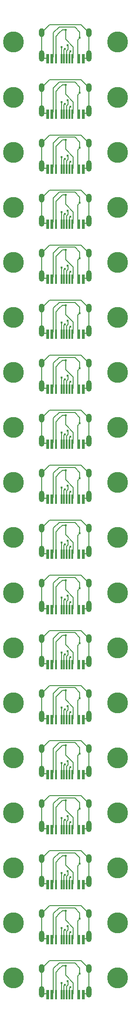
<source format=gbr>
%TF.GenerationSoftware,KiCad,Pcbnew,8.99.0-946-gf00a1ab517*%
%TF.CreationDate,2024-05-19T19:51:51+07:00*%
%TF.ProjectId,dtb_toro,6474625f-746f-4726-9f2e-6b696361645f,rev?*%
%TF.SameCoordinates,Original*%
%TF.FileFunction,Copper,L1,Top*%
%TF.FilePolarity,Positive*%
%FSLAX46Y46*%
G04 Gerber Fmt 4.6, Leading zero omitted, Abs format (unit mm)*
G04 Created by KiCad (PCBNEW 8.99.0-946-gf00a1ab517) date 2024-05-19 19:51:51*
%MOMM*%
%LPD*%
G01*
G04 APERTURE LIST*
%TA.AperFunction,ComponentPad*%
%ADD10C,3.800000*%
%TD*%
%TA.AperFunction,ComponentPad*%
%ADD11O,1.000000X1.600000*%
%TD*%
%TA.AperFunction,ComponentPad*%
%ADD12O,1.000000X2.100000*%
%TD*%
%TA.AperFunction,SMDPad,CuDef*%
%ADD13R,0.600000X1.450000*%
%TD*%
%TA.AperFunction,SMDPad,CuDef*%
%ADD14R,0.300000X1.760000*%
%TD*%
%TA.AperFunction,SMDPad,CuDef*%
%ADD15R,0.600000X1.760000*%
%TD*%
%TA.AperFunction,ViaPad*%
%ADD16C,0.400000*%
%TD*%
%TA.AperFunction,Conductor*%
%ADD17C,0.200000*%
%TD*%
G04 APERTURE END LIST*
D10*
%TO.P,H1,1,1*%
%TO.N,GND*%
X531870016Y31270343D03*
%TD*%
%TO.P,H1,1,1*%
%TO.N,GND*%
X531870016Y21270343D03*
%TD*%
%TO.P,H1,1,1*%
%TO.N,GND*%
X531870016Y1270429D03*
%TD*%
D11*
%TO.P,J1,S1,SHIELD*%
%TO.N,GND*%
X537050000Y22972304D03*
D12*
X537050000Y18792304D03*
D11*
X545690000Y22972304D03*
D12*
X545690000Y18792304D03*
D13*
%TO.P,J1,B12,GND*%
X544620000Y18377304D03*
%TO.P,J1,B9,VBUS*%
%TO.N,+5V*%
X543820000Y18377304D03*
D14*
%TO.P,J1,B7,D-*%
%TO.N,D-*%
X542120000Y18222304D03*
%TO.P,J1,B6,D+*%
%TO.N,D+*%
X540620000Y18222304D03*
%TO.P,J1,B5,CC2*%
%TO.N,Net-(J1-CC1)*%
X539620000Y18222304D03*
D15*
%TO.P,J1,B4,VBUS*%
%TO.N,+5V*%
X538920000Y18222304D03*
%TO.P,J1,B1,GND*%
%TO.N,GND*%
X538120000Y18222304D03*
D13*
%TO.P,J1,A12,GND*%
X538120000Y18377304D03*
%TO.P,J1,A9,VBUS*%
%TO.N,+5V*%
X538920000Y18377304D03*
D14*
%TO.P,J1,A7,D-*%
%TO.N,D-*%
X541120000Y18222304D03*
%TO.P,J1,A6,D+*%
%TO.N,D+*%
X541620000Y18222304D03*
%TO.P,J1,A5,CC1*%
%TO.N,Net-(J1-CC1)*%
X542620000Y18222304D03*
D15*
%TO.P,J1,A4,VBUS*%
%TO.N,+5V*%
X543820000Y18222304D03*
%TO.P,J1,A1,GND*%
%TO.N,GND*%
X544620000Y18222304D03*
%TD*%
D10*
%TO.P,H1,1,1*%
%TO.N,GND*%
X531870016Y11270386D03*
%TD*%
%TO.P,H2,1,1*%
%TO.N,GND*%
X550870000Y31270299D03*
%TD*%
D11*
%TO.P,J1,S1,SHIELD*%
%TO.N,GND*%
X537050000Y12972347D03*
D12*
X537050000Y8792347D03*
D11*
X545690000Y12972347D03*
D12*
X545690000Y8792347D03*
D13*
%TO.P,J1,B12,GND*%
X544620000Y8377347D03*
%TO.P,J1,B9,VBUS*%
%TO.N,+5V*%
X543820000Y8377347D03*
D14*
%TO.P,J1,B7,D-*%
%TO.N,D-*%
X542120000Y8222347D03*
%TO.P,J1,B6,D+*%
%TO.N,D+*%
X540620000Y8222347D03*
%TO.P,J1,B5,CC2*%
%TO.N,Net-(J1-CC1)*%
X539620000Y8222347D03*
D15*
%TO.P,J1,B4,VBUS*%
%TO.N,+5V*%
X538920000Y8222347D03*
%TO.P,J1,B1,GND*%
%TO.N,GND*%
X538120000Y8222347D03*
D13*
%TO.P,J1,A12,GND*%
X538120000Y8377347D03*
%TO.P,J1,A9,VBUS*%
%TO.N,+5V*%
X538920000Y8377347D03*
D14*
%TO.P,J1,A7,D-*%
%TO.N,D-*%
X541120000Y8222347D03*
%TO.P,J1,A6,D+*%
%TO.N,D+*%
X541620000Y8222347D03*
%TO.P,J1,A5,CC1*%
%TO.N,Net-(J1-CC1)*%
X542620000Y8222347D03*
D15*
%TO.P,J1,A4,VBUS*%
%TO.N,+5V*%
X543820000Y8222347D03*
%TO.P,J1,A1,GND*%
%TO.N,GND*%
X544620000Y8222347D03*
%TD*%
D11*
%TO.P,J1,S1,SHIELD*%
%TO.N,GND*%
X537050000Y2972390D03*
D12*
X537050000Y-1207610D03*
D11*
X545690000Y2972390D03*
D12*
X545690000Y-1207610D03*
D13*
%TO.P,J1,B12,GND*%
X544620000Y-1622610D03*
%TO.P,J1,B9,VBUS*%
%TO.N,+5V*%
X543820000Y-1622610D03*
D14*
%TO.P,J1,B7,D-*%
%TO.N,D-*%
X542120000Y-1777610D03*
%TO.P,J1,B6,D+*%
%TO.N,D+*%
X540620000Y-1777610D03*
%TO.P,J1,B5,CC2*%
%TO.N,Net-(J1-CC1)*%
X539620000Y-1777610D03*
D15*
%TO.P,J1,B4,VBUS*%
%TO.N,+5V*%
X538920000Y-1777610D03*
%TO.P,J1,B1,GND*%
%TO.N,GND*%
X538120000Y-1777610D03*
D13*
%TO.P,J1,A12,GND*%
X538120000Y-1622610D03*
%TO.P,J1,A9,VBUS*%
%TO.N,+5V*%
X538920000Y-1622610D03*
D14*
%TO.P,J1,A7,D-*%
%TO.N,D-*%
X541120000Y-1777610D03*
%TO.P,J1,A6,D+*%
%TO.N,D+*%
X541620000Y-1777610D03*
%TO.P,J1,A5,CC1*%
%TO.N,Net-(J1-CC1)*%
X542620000Y-1777610D03*
D15*
%TO.P,J1,A4,VBUS*%
%TO.N,+5V*%
X543820000Y-1777610D03*
%TO.P,J1,A1,GND*%
%TO.N,GND*%
X544620000Y-1777610D03*
%TD*%
D10*
%TO.P,H2,1,1*%
%TO.N,GND*%
X550870000Y21270299D03*
%TD*%
%TO.P,H2,1,1*%
%TO.N,GND*%
X550870000Y1270385D03*
%TD*%
%TO.P,H2,1,1*%
%TO.N,GND*%
X550870000Y11270342D03*
%TD*%
%TO.P,H2,1,1*%
%TO.N,GND*%
X550870000Y-18729529D03*
%TD*%
%TO.P,H2,1,1*%
%TO.N,GND*%
X550870000Y-8729572D03*
%TD*%
%TO.P,H1,1,1*%
%TO.N,GND*%
X531870016Y-38729399D03*
%TD*%
D11*
%TO.P,J1,S1,SHIELD*%
%TO.N,GND*%
X537050000Y-17027524D03*
D12*
X537050000Y-21207524D03*
D11*
X545690000Y-17027524D03*
D12*
X545690000Y-21207524D03*
D13*
%TO.P,J1,B12,GND*%
X544620000Y-21622524D03*
%TO.P,J1,B9,VBUS*%
%TO.N,+5V*%
X543820000Y-21622524D03*
D14*
%TO.P,J1,B7,D-*%
%TO.N,D-*%
X542120000Y-21777524D03*
%TO.P,J1,B6,D+*%
%TO.N,D+*%
X540620000Y-21777524D03*
%TO.P,J1,B5,CC2*%
%TO.N,Net-(J1-CC1)*%
X539620000Y-21777524D03*
D15*
%TO.P,J1,B4,VBUS*%
%TO.N,+5V*%
X538920000Y-21777524D03*
%TO.P,J1,B1,GND*%
%TO.N,GND*%
X538120000Y-21777524D03*
D13*
%TO.P,J1,A12,GND*%
X538120000Y-21622524D03*
%TO.P,J1,A9,VBUS*%
%TO.N,+5V*%
X538920000Y-21622524D03*
D14*
%TO.P,J1,A7,D-*%
%TO.N,D-*%
X541120000Y-21777524D03*
%TO.P,J1,A6,D+*%
%TO.N,D+*%
X541620000Y-21777524D03*
%TO.P,J1,A5,CC1*%
%TO.N,Net-(J1-CC1)*%
X542620000Y-21777524D03*
D15*
%TO.P,J1,A4,VBUS*%
%TO.N,+5V*%
X543820000Y-21777524D03*
%TO.P,J1,A1,GND*%
%TO.N,GND*%
X544620000Y-21777524D03*
%TD*%
D11*
%TO.P,J1,S1,SHIELD*%
%TO.N,GND*%
X537050000Y-37027438D03*
D12*
X537050000Y-41207438D03*
D11*
X545690000Y-37027438D03*
D12*
X545690000Y-41207438D03*
D13*
%TO.P,J1,B12,GND*%
X544620000Y-41622438D03*
%TO.P,J1,B9,VBUS*%
%TO.N,+5V*%
X543820000Y-41622438D03*
D14*
%TO.P,J1,B7,D-*%
%TO.N,D-*%
X542120000Y-41777438D03*
%TO.P,J1,B6,D+*%
%TO.N,D+*%
X540620000Y-41777438D03*
%TO.P,J1,B5,CC2*%
%TO.N,Net-(J1-CC1)*%
X539620000Y-41777438D03*
D15*
%TO.P,J1,B4,VBUS*%
%TO.N,+5V*%
X538920000Y-41777438D03*
%TO.P,J1,B1,GND*%
%TO.N,GND*%
X538120000Y-41777438D03*
D13*
%TO.P,J1,A12,GND*%
X538120000Y-41622438D03*
%TO.P,J1,A9,VBUS*%
%TO.N,+5V*%
X538920000Y-41622438D03*
D14*
%TO.P,J1,A7,D-*%
%TO.N,D-*%
X541120000Y-41777438D03*
%TO.P,J1,A6,D+*%
%TO.N,D+*%
X541620000Y-41777438D03*
%TO.P,J1,A5,CC1*%
%TO.N,Net-(J1-CC1)*%
X542620000Y-41777438D03*
D15*
%TO.P,J1,A4,VBUS*%
%TO.N,+5V*%
X543820000Y-41777438D03*
%TO.P,J1,A1,GND*%
%TO.N,GND*%
X544620000Y-41777438D03*
%TD*%
D10*
%TO.P,H1,1,1*%
%TO.N,GND*%
X531870016Y-28729442D03*
%TD*%
%TO.P,H1,1,1*%
%TO.N,GND*%
X531870016Y-18729485D03*
%TD*%
D11*
%TO.P,J1,S1,SHIELD*%
%TO.N,GND*%
X537050000Y-7027567D03*
D12*
X537050000Y-11207567D03*
D11*
X545690000Y-7027567D03*
D12*
X545690000Y-11207567D03*
D13*
%TO.P,J1,B12,GND*%
X544620000Y-11622567D03*
%TO.P,J1,B9,VBUS*%
%TO.N,+5V*%
X543820000Y-11622567D03*
D14*
%TO.P,J1,B7,D-*%
%TO.N,D-*%
X542120000Y-11777567D03*
%TO.P,J1,B6,D+*%
%TO.N,D+*%
X540620000Y-11777567D03*
%TO.P,J1,B5,CC2*%
%TO.N,Net-(J1-CC1)*%
X539620000Y-11777567D03*
D15*
%TO.P,J1,B4,VBUS*%
%TO.N,+5V*%
X538920000Y-11777567D03*
%TO.P,J1,B1,GND*%
%TO.N,GND*%
X538120000Y-11777567D03*
D13*
%TO.P,J1,A12,GND*%
X538120000Y-11622567D03*
%TO.P,J1,A9,VBUS*%
%TO.N,+5V*%
X538920000Y-11622567D03*
D14*
%TO.P,J1,A7,D-*%
%TO.N,D-*%
X541120000Y-11777567D03*
%TO.P,J1,A6,D+*%
%TO.N,D+*%
X541620000Y-11777567D03*
%TO.P,J1,A5,CC1*%
%TO.N,Net-(J1-CC1)*%
X542620000Y-11777567D03*
D15*
%TO.P,J1,A4,VBUS*%
%TO.N,+5V*%
X543820000Y-11777567D03*
%TO.P,J1,A1,GND*%
%TO.N,GND*%
X544620000Y-11777567D03*
%TD*%
D11*
%TO.P,J1,S1,SHIELD*%
%TO.N,GND*%
X537050000Y-27027481D03*
D12*
X537050000Y-31207481D03*
D11*
X545690000Y-27027481D03*
D12*
X545690000Y-31207481D03*
D13*
%TO.P,J1,B12,GND*%
X544620000Y-31622481D03*
%TO.P,J1,B9,VBUS*%
%TO.N,+5V*%
X543820000Y-31622481D03*
D14*
%TO.P,J1,B7,D-*%
%TO.N,D-*%
X542120000Y-31777481D03*
%TO.P,J1,B6,D+*%
%TO.N,D+*%
X540620000Y-31777481D03*
%TO.P,J1,B5,CC2*%
%TO.N,Net-(J1-CC1)*%
X539620000Y-31777481D03*
D15*
%TO.P,J1,B4,VBUS*%
%TO.N,+5V*%
X538920000Y-31777481D03*
%TO.P,J1,B1,GND*%
%TO.N,GND*%
X538120000Y-31777481D03*
D13*
%TO.P,J1,A12,GND*%
X538120000Y-31622481D03*
%TO.P,J1,A9,VBUS*%
%TO.N,+5V*%
X538920000Y-31622481D03*
D14*
%TO.P,J1,A7,D-*%
%TO.N,D-*%
X541120000Y-31777481D03*
%TO.P,J1,A6,D+*%
%TO.N,D+*%
X541620000Y-31777481D03*
%TO.P,J1,A5,CC1*%
%TO.N,Net-(J1-CC1)*%
X542620000Y-31777481D03*
D15*
%TO.P,J1,A4,VBUS*%
%TO.N,+5V*%
X543820000Y-31777481D03*
%TO.P,J1,A1,GND*%
%TO.N,GND*%
X544620000Y-31777481D03*
%TD*%
D10*
%TO.P,H2,1,1*%
%TO.N,GND*%
X550870000Y-28729486D03*
%TD*%
%TO.P,H1,1,1*%
%TO.N,GND*%
X531870016Y-48729356D03*
%TD*%
%TO.P,H1,1,1*%
%TO.N,GND*%
X531870016Y-8729528D03*
%TD*%
%TO.P,H2,1,1*%
%TO.N,GND*%
X550870000Y-38729443D03*
%TD*%
D11*
%TO.P,J1,S1,SHIELD*%
%TO.N,GND*%
X537050000Y-47027395D03*
D12*
X537050000Y-51207395D03*
D11*
X545690000Y-47027395D03*
D12*
X545690000Y-51207395D03*
D13*
%TO.P,J1,B12,GND*%
X544620000Y-51622395D03*
%TO.P,J1,B9,VBUS*%
%TO.N,+5V*%
X543820000Y-51622395D03*
D14*
%TO.P,J1,B7,D-*%
%TO.N,D-*%
X542120000Y-51777395D03*
%TO.P,J1,B6,D+*%
%TO.N,D+*%
X540620000Y-51777395D03*
%TO.P,J1,B5,CC2*%
%TO.N,Net-(J1-CC1)*%
X539620000Y-51777395D03*
D15*
%TO.P,J1,B4,VBUS*%
%TO.N,+5V*%
X538920000Y-51777395D03*
%TO.P,J1,B1,GND*%
%TO.N,GND*%
X538120000Y-51777395D03*
D13*
%TO.P,J1,A12,GND*%
X538120000Y-51622395D03*
%TO.P,J1,A9,VBUS*%
%TO.N,+5V*%
X538920000Y-51622395D03*
D14*
%TO.P,J1,A7,D-*%
%TO.N,D-*%
X541120000Y-51777395D03*
%TO.P,J1,A6,D+*%
%TO.N,D+*%
X541620000Y-51777395D03*
%TO.P,J1,A5,CC1*%
%TO.N,Net-(J1-CC1)*%
X542620000Y-51777395D03*
D15*
%TO.P,J1,A4,VBUS*%
%TO.N,+5V*%
X543820000Y-51777395D03*
%TO.P,J1,A1,GND*%
%TO.N,GND*%
X544620000Y-51777395D03*
%TD*%
D10*
%TO.P,H2,1,1*%
%TO.N,GND*%
X550870000Y-48729400D03*
%TD*%
%TO.P,H1,1,1*%
%TO.N,GND*%
X531870016Y41270343D03*
%TD*%
%TO.P,H2,1,1*%
%TO.N,GND*%
X550870000Y41270299D03*
%TD*%
%TO.P,H1,1,1*%
%TO.N,GND*%
X531870016Y51270300D03*
%TD*%
%TO.P,H2,1,1*%
%TO.N,GND*%
X550870000Y51270256D03*
%TD*%
D15*
%TO.P,J1,A1,GND*%
%TO.N,GND*%
X544620000Y48222261D03*
%TO.P,J1,A4,VBUS*%
%TO.N,+5V*%
X543820000Y48222261D03*
D14*
%TO.P,J1,A5,CC1*%
%TO.N,Net-(J1-CC1)*%
X542620000Y48222261D03*
%TO.P,J1,A6,D+*%
%TO.N,D+*%
X541620000Y48222261D03*
%TO.P,J1,A7,D-*%
%TO.N,D-*%
X541120000Y48222261D03*
D13*
%TO.P,J1,A9,VBUS*%
%TO.N,+5V*%
X538920000Y48377261D03*
%TO.P,J1,A12,GND*%
%TO.N,GND*%
X538120000Y48377261D03*
D15*
%TO.P,J1,B1,GND*%
X538120000Y48222261D03*
%TO.P,J1,B4,VBUS*%
%TO.N,+5V*%
X538920000Y48222261D03*
D14*
%TO.P,J1,B5,CC2*%
%TO.N,Net-(J1-CC1)*%
X539620000Y48222261D03*
%TO.P,J1,B6,D+*%
%TO.N,D+*%
X540620000Y48222261D03*
%TO.P,J1,B7,D-*%
%TO.N,D-*%
X542120000Y48222261D03*
D13*
%TO.P,J1,B9,VBUS*%
%TO.N,+5V*%
X543820000Y48377261D03*
%TO.P,J1,B12,GND*%
%TO.N,GND*%
X544620000Y48377261D03*
D12*
%TO.P,J1,S1,SHIELD*%
X545690000Y48792261D03*
D11*
X545690000Y52972261D03*
D12*
X537050000Y48792261D03*
D11*
X537050000Y52972261D03*
%TD*%
D10*
%TO.P,H1,1,1*%
%TO.N,GND*%
X531870016Y61270257D03*
%TD*%
%TO.P,H2,1,1*%
%TO.N,GND*%
X550870000Y61270213D03*
%TD*%
D15*
%TO.P,J1,A1,GND*%
%TO.N,GND*%
X544620000Y58222218D03*
%TO.P,J1,A4,VBUS*%
%TO.N,+5V*%
X543820000Y58222218D03*
D14*
%TO.P,J1,A5,CC1*%
%TO.N,Net-(J1-CC1)*%
X542620000Y58222218D03*
%TO.P,J1,A6,D+*%
%TO.N,D+*%
X541620000Y58222218D03*
%TO.P,J1,A7,D-*%
%TO.N,D-*%
X541120000Y58222218D03*
D13*
%TO.P,J1,A9,VBUS*%
%TO.N,+5V*%
X538920000Y58377218D03*
%TO.P,J1,A12,GND*%
%TO.N,GND*%
X538120000Y58377218D03*
D15*
%TO.P,J1,B1,GND*%
X538120000Y58222218D03*
%TO.P,J1,B4,VBUS*%
%TO.N,+5V*%
X538920000Y58222218D03*
D14*
%TO.P,J1,B5,CC2*%
%TO.N,Net-(J1-CC1)*%
X539620000Y58222218D03*
%TO.P,J1,B6,D+*%
%TO.N,D+*%
X540620000Y58222218D03*
%TO.P,J1,B7,D-*%
%TO.N,D-*%
X542120000Y58222218D03*
D13*
%TO.P,J1,B9,VBUS*%
%TO.N,+5V*%
X543820000Y58377218D03*
%TO.P,J1,B12,GND*%
%TO.N,GND*%
X544620000Y58377218D03*
D12*
%TO.P,J1,S1,SHIELD*%
X545690000Y58792218D03*
D11*
X545690000Y62972218D03*
D12*
X537050000Y58792218D03*
D11*
X537050000Y62972218D03*
%TD*%
D10*
%TO.P,H1,1,1*%
%TO.N,GND*%
X531870016Y71270214D03*
%TD*%
%TO.P,H2,1,1*%
%TO.N,GND*%
X550870000Y71270170D03*
%TD*%
D15*
%TO.P,J1,A1,GND*%
%TO.N,GND*%
X544620000Y68222175D03*
%TO.P,J1,A4,VBUS*%
%TO.N,+5V*%
X543820000Y68222175D03*
D14*
%TO.P,J1,A5,CC1*%
%TO.N,Net-(J1-CC1)*%
X542620000Y68222175D03*
%TO.P,J1,A6,D+*%
%TO.N,D+*%
X541620000Y68222175D03*
%TO.P,J1,A7,D-*%
%TO.N,D-*%
X541120000Y68222175D03*
D13*
%TO.P,J1,A9,VBUS*%
%TO.N,+5V*%
X538920000Y68377175D03*
%TO.P,J1,A12,GND*%
%TO.N,GND*%
X538120000Y68377175D03*
D15*
%TO.P,J1,B1,GND*%
X538120000Y68222175D03*
%TO.P,J1,B4,VBUS*%
%TO.N,+5V*%
X538920000Y68222175D03*
D14*
%TO.P,J1,B5,CC2*%
%TO.N,Net-(J1-CC1)*%
X539620000Y68222175D03*
%TO.P,J1,B6,D+*%
%TO.N,D+*%
X540620000Y68222175D03*
%TO.P,J1,B7,D-*%
%TO.N,D-*%
X542120000Y68222175D03*
D13*
%TO.P,J1,B9,VBUS*%
%TO.N,+5V*%
X543820000Y68377175D03*
%TO.P,J1,B12,GND*%
%TO.N,GND*%
X544620000Y68377175D03*
D12*
%TO.P,J1,S1,SHIELD*%
X545690000Y68792175D03*
D11*
X545690000Y72972175D03*
D12*
X537050000Y68792175D03*
D11*
X537050000Y72972175D03*
%TD*%
D10*
%TO.P,H1,1,1*%
%TO.N,GND*%
X531870016Y81270171D03*
%TD*%
%TO.P,H2,1,1*%
%TO.N,GND*%
X550870000Y81270127D03*
%TD*%
D15*
%TO.P,J1,A1,GND*%
%TO.N,GND*%
X544620000Y78222132D03*
%TO.P,J1,A4,VBUS*%
%TO.N,+5V*%
X543820000Y78222132D03*
D14*
%TO.P,J1,A5,CC1*%
%TO.N,Net-(J1-CC1)*%
X542620000Y78222132D03*
%TO.P,J1,A6,D+*%
%TO.N,D+*%
X541620000Y78222132D03*
%TO.P,J1,A7,D-*%
%TO.N,D-*%
X541120000Y78222132D03*
D13*
%TO.P,J1,A9,VBUS*%
%TO.N,+5V*%
X538920000Y78377132D03*
%TO.P,J1,A12,GND*%
%TO.N,GND*%
X538120000Y78377132D03*
D15*
%TO.P,J1,B1,GND*%
X538120000Y78222132D03*
%TO.P,J1,B4,VBUS*%
%TO.N,+5V*%
X538920000Y78222132D03*
D14*
%TO.P,J1,B5,CC2*%
%TO.N,Net-(J1-CC1)*%
X539620000Y78222132D03*
%TO.P,J1,B6,D+*%
%TO.N,D+*%
X540620000Y78222132D03*
%TO.P,J1,B7,D-*%
%TO.N,D-*%
X542120000Y78222132D03*
D13*
%TO.P,J1,B9,VBUS*%
%TO.N,+5V*%
X543820000Y78377132D03*
%TO.P,J1,B12,GND*%
%TO.N,GND*%
X544620000Y78377132D03*
D12*
%TO.P,J1,S1,SHIELD*%
X545690000Y78792132D03*
D11*
X545690000Y82972132D03*
D12*
X537050000Y78792132D03*
D11*
X537050000Y82972132D03*
%TD*%
D10*
%TO.P,H1,1,1*%
%TO.N,GND*%
X531870016Y91270128D03*
%TD*%
%TO.P,H2,1,1*%
%TO.N,GND*%
X550870000Y91270084D03*
%TD*%
D15*
%TO.P,J1,A1,GND*%
%TO.N,GND*%
X544620000Y88222089D03*
%TO.P,J1,A4,VBUS*%
%TO.N,+5V*%
X543820000Y88222089D03*
D14*
%TO.P,J1,A5,CC1*%
%TO.N,Net-(J1-CC1)*%
X542620000Y88222089D03*
%TO.P,J1,A6,D+*%
%TO.N,D+*%
X541620000Y88222089D03*
%TO.P,J1,A7,D-*%
%TO.N,D-*%
X541120000Y88222089D03*
D13*
%TO.P,J1,A9,VBUS*%
%TO.N,+5V*%
X538920000Y88377089D03*
%TO.P,J1,A12,GND*%
%TO.N,GND*%
X538120000Y88377089D03*
D15*
%TO.P,J1,B1,GND*%
X538120000Y88222089D03*
%TO.P,J1,B4,VBUS*%
%TO.N,+5V*%
X538920000Y88222089D03*
D14*
%TO.P,J1,B5,CC2*%
%TO.N,Net-(J1-CC1)*%
X539620000Y88222089D03*
%TO.P,J1,B6,D+*%
%TO.N,D+*%
X540620000Y88222089D03*
%TO.P,J1,B7,D-*%
%TO.N,D-*%
X542120000Y88222089D03*
D13*
%TO.P,J1,B9,VBUS*%
%TO.N,+5V*%
X543820000Y88377089D03*
%TO.P,J1,B12,GND*%
%TO.N,GND*%
X544620000Y88377089D03*
D12*
%TO.P,J1,S1,SHIELD*%
X545690000Y88792089D03*
D11*
X545690000Y92972089D03*
D12*
X537050000Y88792089D03*
D11*
X537050000Y92972089D03*
%TD*%
D10*
%TO.P,H1,1,1*%
%TO.N,GND*%
X531870016Y101270085D03*
%TD*%
%TO.P,H2,1,1*%
%TO.N,GND*%
X550870000Y101270041D03*
%TD*%
D15*
%TO.P,J1,A1,GND*%
%TO.N,GND*%
X544620000Y98222046D03*
%TO.P,J1,A4,VBUS*%
%TO.N,+5V*%
X543820000Y98222046D03*
D14*
%TO.P,J1,A5,CC1*%
%TO.N,Net-(J1-CC1)*%
X542620000Y98222046D03*
%TO.P,J1,A6,D+*%
%TO.N,D+*%
X541620000Y98222046D03*
%TO.P,J1,A7,D-*%
%TO.N,D-*%
X541120000Y98222046D03*
D13*
%TO.P,J1,A9,VBUS*%
%TO.N,+5V*%
X538920000Y98377046D03*
%TO.P,J1,A12,GND*%
%TO.N,GND*%
X538120000Y98377046D03*
D15*
%TO.P,J1,B1,GND*%
X538120000Y98222046D03*
%TO.P,J1,B4,VBUS*%
%TO.N,+5V*%
X538920000Y98222046D03*
D14*
%TO.P,J1,B5,CC2*%
%TO.N,Net-(J1-CC1)*%
X539620000Y98222046D03*
%TO.P,J1,B6,D+*%
%TO.N,D+*%
X540620000Y98222046D03*
%TO.P,J1,B7,D-*%
%TO.N,D-*%
X542120000Y98222046D03*
D13*
%TO.P,J1,B9,VBUS*%
%TO.N,+5V*%
X543820000Y98377046D03*
%TO.P,J1,B12,GND*%
%TO.N,GND*%
X544620000Y98377046D03*
D12*
%TO.P,J1,S1,SHIELD*%
X545690000Y98792046D03*
D11*
X545690000Y102972046D03*
D12*
X537050000Y98792046D03*
D11*
X537050000Y102972046D03*
%TD*%
D10*
%TO.P,H1,1,1*%
%TO.N,GND*%
X531870016Y111270042D03*
%TD*%
%TO.P,H2,1,1*%
%TO.N,GND*%
X550870000Y111269998D03*
%TD*%
D15*
%TO.P,J1,A1,GND*%
%TO.N,GND*%
X544620000Y108222003D03*
%TO.P,J1,A4,VBUS*%
%TO.N,+5V*%
X543820000Y108222003D03*
D14*
%TO.P,J1,A5,CC1*%
%TO.N,Net-(J1-CC1)*%
X542620000Y108222003D03*
%TO.P,J1,A6,D+*%
%TO.N,D+*%
X541620000Y108222003D03*
%TO.P,J1,A7,D-*%
%TO.N,D-*%
X541120000Y108222003D03*
D13*
%TO.P,J1,A9,VBUS*%
%TO.N,+5V*%
X538920000Y108377003D03*
%TO.P,J1,A12,GND*%
%TO.N,GND*%
X538120000Y108377003D03*
D15*
%TO.P,J1,B1,GND*%
X538120000Y108222003D03*
%TO.P,J1,B4,VBUS*%
%TO.N,+5V*%
X538920000Y108222003D03*
D14*
%TO.P,J1,B5,CC2*%
%TO.N,Net-(J1-CC1)*%
X539620000Y108222003D03*
%TO.P,J1,B6,D+*%
%TO.N,D+*%
X540620000Y108222003D03*
%TO.P,J1,B7,D-*%
%TO.N,D-*%
X542120000Y108222003D03*
D13*
%TO.P,J1,B9,VBUS*%
%TO.N,+5V*%
X543820000Y108377003D03*
%TO.P,J1,B12,GND*%
%TO.N,GND*%
X544620000Y108377003D03*
D12*
%TO.P,J1,S1,SHIELD*%
X545690000Y108792003D03*
D11*
X545690000Y112972003D03*
D12*
X537050000Y108792003D03*
D11*
X537050000Y112972003D03*
%TD*%
D10*
%TO.P,H2,1,1*%
%TO.N,GND*%
X550870000Y121269998D03*
%TD*%
%TO.P,H1,1,1*%
%TO.N,GND*%
X531870016Y121270042D03*
%TD*%
D15*
%TO.P,J1,A1,GND*%
%TO.N,GND*%
X544620000Y118222003D03*
%TO.P,J1,A4,VBUS*%
%TO.N,+5V*%
X543820000Y118222003D03*
D14*
%TO.P,J1,A5,CC1*%
%TO.N,Net-(J1-CC1)*%
X542620000Y118222003D03*
%TO.P,J1,B6,D+*%
%TO.N,D+*%
X540620000Y118222003D03*
%TO.P,J1,A7,D-*%
%TO.N,D-*%
X541120000Y118222003D03*
%TO.P,J1,B5,CC2*%
%TO.N,Net-(J1-CC1)*%
X539620000Y118222003D03*
%TO.P,J1,B7,D-*%
%TO.N,D-*%
X542120000Y118222003D03*
%TO.P,J1,A6,D+*%
%TO.N,D+*%
X541620000Y118222003D03*
D15*
%TO.P,J1,B1,GND*%
%TO.N,GND*%
X538120000Y118222003D03*
%TO.P,J1,B4,VBUS*%
%TO.N,+5V*%
X538920000Y118222003D03*
D13*
%TO.P,J1,A9,VBUS*%
X538920000Y118377003D03*
%TO.P,J1,A12,GND*%
%TO.N,GND*%
X538120000Y118377003D03*
%TO.P,J1,B9,VBUS*%
%TO.N,+5V*%
X543820000Y118377003D03*
%TO.P,J1,B12,GND*%
%TO.N,GND*%
X544620000Y118377003D03*
D12*
%TO.P,J1,S1,SHIELD*%
X545690000Y118792003D03*
D11*
X545690000Y122972003D03*
D12*
X537050000Y118792003D03*
D11*
X537050000Y122972003D03*
%TD*%
D15*
%TO.P,J1,A1,GND*%
%TO.N,GND*%
X544620000Y38222304D03*
%TO.P,J1,A4,VBUS*%
%TO.N,+5V*%
X543820000Y38222304D03*
D14*
%TO.P,J1,A5,CC1*%
%TO.N,Net-(J1-CC1)*%
X542620000Y38222304D03*
%TO.P,J1,A6,D+*%
%TO.N,D+*%
X541620000Y38222304D03*
%TO.P,J1,A7,D-*%
%TO.N,D-*%
X541120000Y38222304D03*
D13*
%TO.P,J1,A9,VBUS*%
%TO.N,+5V*%
X538920000Y38377304D03*
%TO.P,J1,A12,GND*%
%TO.N,GND*%
X538120000Y38377304D03*
D15*
%TO.P,J1,B1,GND*%
X538120000Y38222304D03*
%TO.P,J1,B4,VBUS*%
%TO.N,+5V*%
X538920000Y38222304D03*
D14*
%TO.P,J1,B5,CC2*%
%TO.N,Net-(J1-CC1)*%
X539620000Y38222304D03*
%TO.P,J1,B6,D+*%
%TO.N,D+*%
X540620000Y38222304D03*
%TO.P,J1,B7,D-*%
%TO.N,D-*%
X542120000Y38222304D03*
D13*
%TO.P,J1,B9,VBUS*%
%TO.N,+5V*%
X543820000Y38377304D03*
%TO.P,J1,B12,GND*%
%TO.N,GND*%
X544620000Y38377304D03*
D12*
%TO.P,J1,S1,SHIELD*%
X545690000Y38792304D03*
D11*
X545690000Y42972304D03*
D12*
X537050000Y38792304D03*
D11*
X537050000Y42972304D03*
%TD*%
%TO.P,J1,S1,SHIELD*%
%TO.N,GND*%
X537050000Y32972304D03*
D12*
X537050000Y28792304D03*
D11*
X545690000Y32972304D03*
D12*
X545690000Y28792304D03*
D13*
%TO.P,J1,B12,GND*%
X544620000Y28377304D03*
%TO.P,J1,B9,VBUS*%
%TO.N,+5V*%
X543820000Y28377304D03*
D14*
%TO.P,J1,B7,D-*%
%TO.N,D-*%
X542120000Y28222304D03*
%TO.P,J1,B6,D+*%
%TO.N,D+*%
X540620000Y28222304D03*
%TO.P,J1,B5,CC2*%
%TO.N,Net-(J1-CC1)*%
X539620000Y28222304D03*
D15*
%TO.P,J1,B4,VBUS*%
%TO.N,+5V*%
X538920000Y28222304D03*
%TO.P,J1,B1,GND*%
%TO.N,GND*%
X538120000Y28222304D03*
D13*
%TO.P,J1,A12,GND*%
X538120000Y28377304D03*
%TO.P,J1,A9,VBUS*%
%TO.N,+5V*%
X538920000Y28377304D03*
D14*
%TO.P,J1,A7,D-*%
%TO.N,D-*%
X541120000Y28222304D03*
%TO.P,J1,A6,D+*%
%TO.N,D+*%
X541620000Y28222304D03*
%TO.P,J1,A5,CC1*%
%TO.N,Net-(J1-CC1)*%
X542620000Y28222304D03*
D15*
%TO.P,J1,A4,VBUS*%
%TO.N,+5V*%
X543820000Y28222304D03*
%TO.P,J1,A1,GND*%
%TO.N,GND*%
X544620000Y28222304D03*
%TD*%
D16*
%TO.N,Net-(J1-CC1)*%
X541380000Y13510344D03*
%TO.N,D+*%
X540640000Y-9639570D03*
X540640000Y360387D03*
%TO.N,Net-(J1-CC1)*%
X541380000Y-6489570D03*
%TO.N,D-*%
X541222821Y-9965845D03*
X542290000Y19570301D03*
X542290000Y-429613D03*
X541222821Y-19965802D03*
%TO.N,+5V*%
X543990000Y-7939570D03*
%TO.N,D+*%
X541760000Y-9319570D03*
X540640000Y-19639527D03*
X541760000Y20680301D03*
X541760000Y680387D03*
%TO.N,+5V*%
X543990000Y22060301D03*
%TO.N,Net-(J1-CC1)*%
X541380000Y-16489527D03*
%TO.N,D+*%
X541760000Y10680344D03*
%TO.N,D-*%
X541222821Y34112D03*
%TO.N,Net-(J1-CC1)*%
X541380000Y23510301D03*
%TO.N,D+*%
X540640000Y20360301D03*
%TO.N,+5V*%
X543990000Y2060387D03*
%TO.N,D-*%
X542290000Y9570344D03*
%TO.N,+5V*%
X543990000Y-17939527D03*
%TO.N,D-*%
X542290000Y-20429527D03*
%TO.N,D+*%
X541760000Y-19319527D03*
%TO.N,D-*%
X542290000Y-10429570D03*
%TO.N,+5V*%
X543990000Y12060344D03*
%TO.N,Net-(J1-CC1)*%
X541380000Y3510387D03*
%TO.N,D+*%
X540640000Y30360301D03*
%TO.N,+5V*%
X543990000Y-37939441D03*
%TO.N,D+*%
X541760000Y-29319484D03*
X541760000Y30680301D03*
%TO.N,D-*%
X542290000Y29570301D03*
X541222821Y30034026D03*
X541222821Y-29965759D03*
%TO.N,Net-(J1-CC1)*%
X541380000Y33510301D03*
%TO.N,D+*%
X540640000Y-49639398D03*
%TO.N,D-*%
X541222821Y-39965716D03*
%TO.N,D+*%
X540640000Y-39639441D03*
X540640000Y-29639484D03*
%TO.N,+5V*%
X543990000Y32060301D03*
%TO.N,D+*%
X540640000Y10360344D03*
%TO.N,D-*%
X542290000Y-50429398D03*
%TO.N,+5V*%
X543990000Y-27939484D03*
%TO.N,D-*%
X541222821Y10034069D03*
%TO.N,D+*%
X541760000Y-49319398D03*
%TO.N,D-*%
X541222821Y-49965673D03*
%TO.N,Net-(J1-CC1)*%
X541380000Y-36489441D03*
X541380000Y-26489484D03*
%TO.N,D-*%
X542290000Y-30429484D03*
%TO.N,D+*%
X541760000Y-39319441D03*
%TO.N,D-*%
X541222821Y20034026D03*
%TO.N,Net-(J1-CC1)*%
X541380000Y-46489398D03*
%TO.N,D-*%
X542290000Y-40429441D03*
%TO.N,+5V*%
X543990000Y-47939398D03*
%TO.N,D+*%
X541760000Y40680301D03*
%TO.N,Net-(J1-CC1)*%
X541380000Y43510301D03*
%TO.N,D-*%
X542290000Y39570301D03*
%TO.N,+5V*%
X543990000Y42060301D03*
%TO.N,D+*%
X540640000Y40360301D03*
%TO.N,D-*%
X541222821Y40034026D03*
%TO.N,D+*%
X541760000Y50680258D03*
%TO.N,Net-(J1-CC1)*%
X541380000Y53510258D03*
%TO.N,D-*%
X542290000Y49570258D03*
%TO.N,+5V*%
X543990000Y52060258D03*
%TO.N,D+*%
X540640000Y50360258D03*
%TO.N,D-*%
X541222821Y50033983D03*
%TO.N,D+*%
X541760000Y60680215D03*
%TO.N,Net-(J1-CC1)*%
X541380000Y63510215D03*
%TO.N,D-*%
X542290000Y59570215D03*
%TO.N,+5V*%
X543990000Y62060215D03*
%TO.N,D+*%
X540640000Y60360215D03*
%TO.N,D-*%
X541222821Y60033940D03*
%TO.N,D+*%
X541760000Y70680172D03*
%TO.N,Net-(J1-CC1)*%
X541380000Y73510172D03*
%TO.N,D-*%
X542290000Y69570172D03*
%TO.N,+5V*%
X543990000Y72060172D03*
%TO.N,D+*%
X540640000Y70360172D03*
%TO.N,D-*%
X541222821Y70033897D03*
%TO.N,D+*%
X541760000Y80680129D03*
%TO.N,Net-(J1-CC1)*%
X541380000Y83510129D03*
%TO.N,D-*%
X542290000Y79570129D03*
%TO.N,+5V*%
X543990000Y82060129D03*
%TO.N,D+*%
X540640000Y80360129D03*
%TO.N,D-*%
X541222821Y80033854D03*
%TO.N,D+*%
X541760000Y90680086D03*
%TO.N,Net-(J1-CC1)*%
X541380000Y93510086D03*
%TO.N,D-*%
X542290000Y89570086D03*
%TO.N,+5V*%
X543990000Y92060086D03*
%TO.N,D+*%
X540640000Y90360086D03*
%TO.N,D-*%
X541222821Y90033811D03*
%TO.N,D+*%
X541760000Y100680043D03*
%TO.N,Net-(J1-CC1)*%
X541380000Y103510043D03*
%TO.N,D-*%
X542290000Y99570043D03*
%TO.N,+5V*%
X543990000Y102060043D03*
%TO.N,D+*%
X540640000Y100360043D03*
%TO.N,D-*%
X541222821Y100033768D03*
%TO.N,D+*%
X541760000Y110680000D03*
%TO.N,Net-(J1-CC1)*%
X541380000Y113510000D03*
%TO.N,D-*%
X542290000Y109570000D03*
%TO.N,+5V*%
X543990000Y112060000D03*
%TO.N,D+*%
X540640000Y110360000D03*
%TO.N,D-*%
X541222821Y110033725D03*
%TO.N,Net-(J1-CC1)*%
X541380000Y123510000D03*
%TO.N,+5V*%
X543990000Y122060000D03*
%TO.N,D-*%
X542290000Y119570000D03*
X541222821Y120033725D03*
%TO.N,D+*%
X541760000Y120680000D03*
X540640000Y120360000D03*
%TD*%
D17*
%TO.N,GND*%
X544620000Y28377304D02*
X545275000Y28377304D01*
%TO.N,D+*%
X541620000Y-21777524D02*
X541620000Y-20269527D01*
%TO.N,Net-(J1-CC1)*%
X542790000Y-19609527D02*
X541380000Y-18199527D01*
%TO.N,GND*%
X545690000Y-37027438D02*
X545690000Y-41207438D01*
%TO.N,D+*%
X540620000Y-21777524D02*
X540620000Y-19659527D01*
%TO.N,+5V*%
X543820000Y-21622524D02*
X543585000Y-21387524D01*
%TO.N,D+*%
X540620000Y-39659441D02*
X540640000Y-39639441D01*
%TO.N,GND*%
X544252003Y-15589527D02*
X545690000Y-17027524D01*
X545275000Y28377304D02*
X545690000Y28792304D01*
%TO.N,D-*%
X541120000Y-20068623D02*
X541222821Y-19965802D01*
%TO.N,D+*%
X541880000Y-40009441D02*
X541880000Y-39439441D01*
%TO.N,D-*%
X542120000Y-41777438D02*
X542120000Y-40599441D01*
%TO.N,D+*%
X541880000Y-19439527D02*
X541760000Y-19319527D01*
%TO.N,GND*%
X545690000Y32972304D02*
X545690000Y28792304D01*
%TO.N,+5V*%
X543585000Y-18344527D02*
X543990000Y-17939527D01*
%TO.N,D+*%
X541880000Y20560301D02*
X541760000Y20680301D01*
%TO.N,D-*%
X541120000Y18222304D02*
X541120000Y19931205D01*
%TO.N,+5V*%
X543820000Y28377304D02*
X543585000Y28612304D01*
%TO.N,D-*%
X541120000Y28222304D02*
X541120000Y29931205D01*
%TO.N,D+*%
X541620000Y18222304D02*
X541620000Y19730301D01*
%TO.N,Net-(J1-CC1)*%
X541380000Y21800301D02*
X541380000Y23510301D01*
%TO.N,+5V*%
X543585000Y28612304D02*
X543585000Y31655301D01*
%TO.N,D+*%
X541620000Y29730301D02*
X541880000Y29990301D01*
%TO.N,Net-(J1-CC1)*%
X542790000Y28392304D02*
X542790000Y30390301D01*
%TO.N,D-*%
X542120000Y29400301D02*
X542290000Y29570301D01*
%TO.N,D+*%
X541880000Y30560301D02*
X541760000Y30680301D01*
%TO.N,D-*%
X542120000Y28222304D02*
X542120000Y29400301D01*
%TO.N,D+*%
X541620000Y28222304D02*
X541620000Y29730301D01*
%TO.N,Net-(J1-CC1)*%
X541380000Y31800301D02*
X541380000Y33510301D01*
X542790000Y20390301D02*
X541380000Y21800301D01*
%TO.N,D+*%
X540620000Y30340301D02*
X540640000Y30360301D01*
%TO.N,Net-(J1-CC1)*%
X542790000Y30390301D02*
X541380000Y31800301D01*
X542620000Y28222304D02*
X542790000Y28392304D01*
%TO.N,D-*%
X541120000Y29931205D02*
X541222821Y30034026D01*
X542120000Y19400301D02*
X542290000Y19570301D01*
%TO.N,Net-(J1-CC1)*%
X542790000Y18392304D02*
X542790000Y20390301D01*
X542620000Y18222304D02*
X542790000Y18392304D01*
%TO.N,+5V*%
X543585000Y31655301D02*
X543990000Y32060301D01*
%TO.N,D+*%
X541880000Y29990301D02*
X541880000Y30560301D01*
X540620000Y28222304D02*
X540620000Y30340301D01*
%TO.N,+5V*%
X543820000Y18377304D02*
X543585000Y18612304D01*
%TO.N,D+*%
X540620000Y18222304D02*
X540620000Y20340301D01*
%TO.N,+5V*%
X543585000Y18612304D02*
X543585000Y21655301D01*
%TO.N,GND*%
X544620000Y-21622524D02*
X545275000Y-21622524D01*
%TO.N,D+*%
X541880000Y-20009527D02*
X541880000Y-19439527D01*
%TO.N,D-*%
X541120000Y19931205D02*
X541222821Y20034026D01*
X542120000Y-21777524D02*
X542120000Y-20599527D01*
%TO.N,GND*%
X545690000Y-17027524D02*
X545690000Y-21207524D01*
%TO.N,+5V*%
X543585000Y21655301D02*
X543990000Y22060301D01*
%TO.N,GND*%
X545275000Y-21622524D02*
X545690000Y-21207524D01*
%TO.N,D+*%
X540620000Y-19659527D02*
X540640000Y-19639527D01*
%TO.N,Net-(J1-CC1)*%
X541380000Y-18199527D02*
X541380000Y-16489527D01*
%TO.N,+5V*%
X538920000Y28377304D02*
X539155000Y28612304D01*
%TO.N,GND*%
X537050000Y-21207524D02*
X537050000Y-17027524D01*
%TO.N,+5V*%
X539155000Y12965344D02*
X540200000Y14010344D01*
%TO.N,GND*%
X538487997Y24410301D02*
X544252003Y24410301D01*
%TO.N,+5V*%
X540200000Y-25989484D02*
X543080000Y-25989484D01*
%TO.N,GND*%
X544252003Y-25589484D02*
X545690000Y-27027481D01*
%TO.N,Net-(J1-CC1)*%
X539620000Y18222304D02*
X539620000Y22320301D01*
%TO.N,+5V*%
X543990000Y23100301D02*
X543990000Y22060301D01*
X540200000Y-15989527D02*
X543080000Y-15989527D01*
X539155000Y32965301D02*
X540200000Y34010301D01*
%TO.N,D+*%
X541620000Y9730344D02*
X541880000Y9990344D01*
%TO.N,GND*%
X537050000Y18792304D02*
X537050000Y22972304D01*
%TO.N,+5V*%
X539155000Y-21387524D02*
X539155000Y-17034527D01*
%TO.N,Net-(J1-CC1)*%
X540810000Y33510301D02*
X541380000Y33510301D01*
%TO.N,+5V*%
X539155000Y18612304D02*
X539155000Y22965301D01*
%TO.N,Net-(J1-CC1)*%
X539620000Y-21777524D02*
X539620000Y-17679527D01*
%TO.N,GND*%
X544620000Y18377304D02*
X545275000Y18377304D01*
X537465000Y18377304D02*
X537050000Y18792304D01*
%TO.N,Net-(J1-CC1)*%
X540810000Y23510301D02*
X541380000Y23510301D01*
%TO.N,+5V*%
X539155000Y22965301D02*
X540200000Y24010301D01*
X543080000Y-15989527D02*
X543990000Y-16899527D01*
%TO.N,GND*%
X538487997Y-25589484D02*
X544252003Y-25589484D01*
%TO.N,+5V*%
X543990000Y-26899484D02*
X543990000Y-27939484D01*
%TO.N,GND*%
X538120000Y18377304D02*
X537465000Y18377304D01*
%TO.N,Net-(J1-CC1)*%
X539620000Y22320301D02*
X540270000Y22970301D01*
%TO.N,+5V*%
X543080000Y24010301D02*
X543990000Y23100301D01*
%TO.N,GND*%
X537050000Y-17027524D02*
X538487997Y-15589527D01*
X537465000Y-21622524D02*
X537050000Y-21207524D01*
%TO.N,+5V*%
X543990000Y-16899527D02*
X543990000Y-17939527D01*
%TO.N,GND*%
X538120000Y-21622524D02*
X537465000Y-21622524D01*
X537465000Y-31622481D02*
X537050000Y-31207481D01*
X537050000Y22972304D02*
X538487997Y24410301D01*
X544252003Y-45589398D02*
X545690000Y-47027395D01*
%TO.N,+5V*%
X540200000Y24010301D02*
X543080000Y24010301D01*
X539155000Y-17034527D02*
X540200000Y-15989527D01*
X539155000Y-31387481D02*
X539155000Y-27034484D01*
X538920000Y18377304D02*
X539155000Y18612304D01*
%TO.N,GND*%
X544252003Y24410301D02*
X545690000Y22972304D01*
X537050000Y-31207481D02*
X537050000Y-27027481D01*
%TO.N,Net-(J1-CC1)*%
X540270000Y32970301D02*
X540810000Y33510301D01*
%TO.N,GND*%
X538487997Y-15589527D02*
X544252003Y-15589527D01*
%TO.N,Net-(J1-CC1)*%
X540270000Y-17029527D02*
X540810000Y-16489527D01*
%TO.N,GND*%
X537050000Y-27027481D02*
X538487997Y-25589484D01*
%TO.N,+5V*%
X538920000Y-21622524D02*
X539155000Y-21387524D01*
%TO.N,Net-(J1-CC1)*%
X540270000Y22970301D02*
X540810000Y23510301D01*
%TO.N,+5V*%
X543080000Y-25989484D02*
X543990000Y-26899484D01*
%TO.N,Net-(J1-CC1)*%
X540810000Y-16489527D02*
X541380000Y-16489527D01*
%TO.N,GND*%
X538120000Y-31622481D02*
X537465000Y-31622481D01*
%TO.N,Net-(J1-CC1)*%
X541380000Y11800344D02*
X541380000Y13510344D01*
%TO.N,+5V*%
X543585000Y8612347D02*
X543585000Y11655344D01*
%TO.N,GND*%
X537465000Y8377347D02*
X537050000Y8792347D01*
%TO.N,+5V*%
X543990000Y33100301D02*
X543990000Y32060301D01*
X538920000Y8377347D02*
X539155000Y8612347D01*
%TO.N,D-*%
X542120000Y8222347D02*
X542120000Y9400344D01*
%TO.N,Net-(J1-CC1)*%
X542790000Y8392347D02*
X542790000Y10390344D01*
%TO.N,D+*%
X541620000Y8222347D02*
X541620000Y9730344D01*
%TO.N,GND*%
X544620000Y8377347D02*
X545275000Y8377347D01*
%TO.N,+5V*%
X539155000Y28612304D02*
X539155000Y32965301D01*
X539155000Y8612347D02*
X539155000Y12965344D01*
X543080000Y14010344D02*
X543990000Y13100344D01*
X543990000Y13100344D02*
X543990000Y12060344D01*
%TO.N,Net-(J1-CC1)*%
X542620000Y8222347D02*
X542790000Y8392347D01*
X542790000Y10390344D02*
X541380000Y11800344D01*
%TO.N,D+*%
X541880000Y9990344D02*
X541880000Y10560344D01*
%TO.N,GND*%
X545690000Y12972347D02*
X545690000Y8792347D01*
X545275000Y8377347D02*
X545690000Y8792347D01*
%TO.N,D+*%
X540620000Y10340344D02*
X540640000Y10360344D01*
%TO.N,D-*%
X542120000Y18222304D02*
X542120000Y19400301D01*
X542120000Y9400344D02*
X542290000Y9570344D01*
%TO.N,Net-(J1-CC1)*%
X539620000Y12320344D02*
X540270000Y12970344D01*
%TO.N,D+*%
X541620000Y19730301D02*
X541880000Y19990301D01*
%TO.N,Net-(J1-CC1)*%
X540810000Y13510344D02*
X541380000Y13510344D01*
%TO.N,+5V*%
X543820000Y8377347D02*
X543585000Y8612347D01*
X543080000Y34010301D02*
X543990000Y33100301D01*
X543585000Y11655344D02*
X543990000Y12060344D01*
%TO.N,D+*%
X540620000Y8222347D02*
X540620000Y10340344D01*
%TO.N,Net-(J1-CC1)*%
X539620000Y8222347D02*
X539620000Y12320344D01*
%TO.N,+5V*%
X540200000Y34010301D02*
X543080000Y34010301D01*
%TO.N,Net-(J1-CC1)*%
X540270000Y12970344D02*
X540810000Y13510344D01*
%TO.N,D-*%
X541120000Y9931248D02*
X541222821Y10034069D01*
%TO.N,+5V*%
X540200000Y14010344D02*
X543080000Y14010344D01*
%TO.N,GND*%
X544252003Y14410344D02*
X545690000Y12972347D01*
%TO.N,D-*%
X541120000Y8222347D02*
X541120000Y9931248D01*
%TO.N,GND*%
X538120000Y8377347D02*
X537465000Y8377347D01*
%TO.N,D+*%
X541880000Y10560344D02*
X541760000Y10680344D01*
%TO.N,GND*%
X545275000Y18377304D02*
X545690000Y18792304D01*
X538487997Y34410301D02*
X544252003Y34410301D01*
%TO.N,Net-(J1-CC1)*%
X541380000Y-38199441D02*
X541380000Y-36489441D01*
%TO.N,GND*%
X537050000Y12972347D02*
X538487997Y14410344D01*
X538487997Y14410344D02*
X544252003Y14410344D01*
%TO.N,D+*%
X540620000Y-41777438D02*
X540620000Y-39659441D01*
%TO.N,GND*%
X544252003Y34410301D02*
X545690000Y32972304D01*
%TO.N,D-*%
X542120000Y-40599441D02*
X542290000Y-40429441D01*
%TO.N,+5V*%
X543820000Y-41622438D02*
X543585000Y-41387438D01*
%TO.N,D+*%
X540620000Y20340301D02*
X540640000Y20360301D01*
%TO.N,GND*%
X537050000Y28792304D02*
X537050000Y32972304D01*
X537465000Y28377304D02*
X537050000Y28792304D01*
%TO.N,Net-(J1-CC1)*%
X542620000Y-41777438D02*
X542790000Y-41607438D01*
%TO.N,D+*%
X541880000Y19990301D02*
X541880000Y20560301D01*
%TO.N,Net-(J1-CC1)*%
X542790000Y-39609441D02*
X541380000Y-38199441D01*
%TO.N,GND*%
X545690000Y22972304D02*
X545690000Y18792304D01*
X537050000Y8792347D02*
X537050000Y12972347D01*
X537050000Y32972304D02*
X538487997Y34410301D01*
X538120000Y28377304D02*
X537465000Y28377304D01*
%TO.N,Net-(J1-CC1)*%
X542790000Y-41607438D02*
X542790000Y-39609441D01*
%TO.N,+5V*%
X543585000Y-51387395D02*
X543585000Y-48344398D01*
%TO.N,D+*%
X541620000Y-50269398D02*
X541880000Y-50009398D01*
%TO.N,D-*%
X541120000Y-51777395D02*
X541120000Y-50068494D01*
%TO.N,GND*%
X545690000Y-47027395D02*
X545690000Y-51207395D01*
%TO.N,D+*%
X541880000Y-49439398D02*
X541760000Y-49319398D01*
%TO.N,+5V*%
X538920000Y-51622395D02*
X539155000Y-51387395D01*
%TO.N,Net-(J1-CC1)*%
X539620000Y-47679398D02*
X540270000Y-47029398D01*
%TO.N,D-*%
X541120000Y-50068494D02*
X541222821Y-49965673D01*
%TO.N,Net-(J1-CC1)*%
X540270000Y-47029398D02*
X540810000Y-46489398D01*
X541380000Y-48199398D02*
X541380000Y-46489398D01*
%TO.N,+5V*%
X543820000Y-51622395D02*
X543585000Y-51387395D01*
%TO.N,GND*%
X545275000Y-51622395D02*
X545690000Y-51207395D01*
%TO.N,D-*%
X542120000Y-51777395D02*
X542120000Y-50599398D01*
%TO.N,Net-(J1-CC1)*%
X539620000Y-51777395D02*
X539620000Y-47679398D01*
X542790000Y-49609398D02*
X541380000Y-48199398D01*
%TO.N,GND*%
X544620000Y-51622395D02*
X545275000Y-51622395D01*
%TO.N,D+*%
X540620000Y-51777395D02*
X540620000Y-49659398D01*
%TO.N,Net-(J1-CC1)*%
X540810000Y-46489398D02*
X541380000Y-46489398D01*
%TO.N,+5V*%
X543585000Y-48344398D02*
X543990000Y-47939398D01*
%TO.N,D+*%
X541620000Y-51777395D02*
X541620000Y-50269398D01*
%TO.N,+5V*%
X540200000Y-45989398D02*
X543080000Y-45989398D01*
X543990000Y-46899398D02*
X543990000Y-47939398D01*
%TO.N,GND*%
X537050000Y-47027395D02*
X538487997Y-45589398D01*
%TO.N,+5V*%
X539155000Y-47034398D02*
X540200000Y-45989398D01*
%TO.N,GND*%
X537050000Y-51207395D02*
X537050000Y-47027395D01*
%TO.N,D+*%
X541880000Y-50009398D02*
X541880000Y-49439398D01*
%TO.N,+5V*%
X543080000Y-45989398D02*
X543990000Y-46899398D01*
%TO.N,D-*%
X542120000Y-50599398D02*
X542290000Y-50429398D01*
%TO.N,GND*%
X538487997Y-45589398D02*
X544252003Y-45589398D01*
%TO.N,D+*%
X540620000Y-49659398D02*
X540640000Y-49639398D01*
%TO.N,GND*%
X537465000Y-51622395D02*
X537050000Y-51207395D01*
%TO.N,Net-(J1-CC1)*%
X542790000Y-51607395D02*
X542790000Y-49609398D01*
%TO.N,GND*%
X538120000Y-51622395D02*
X537465000Y-51622395D01*
%TO.N,+5V*%
X539155000Y-51387395D02*
X539155000Y-47034398D01*
%TO.N,Net-(J1-CC1)*%
X542620000Y-51777395D02*
X542790000Y-51607395D01*
X540270000Y-27029484D02*
X540810000Y-26489484D01*
%TO.N,+5V*%
X543585000Y-31387481D02*
X543585000Y-28344484D01*
%TO.N,D+*%
X541620000Y-30269484D02*
X541880000Y-30009484D01*
%TO.N,+5V*%
X543585000Y-21387524D02*
X543585000Y-18344527D01*
%TO.N,D+*%
X541880000Y-30009484D02*
X541880000Y-29439484D01*
X541620000Y-31777481D02*
X541620000Y-30269484D01*
%TO.N,+5V*%
X538920000Y-31622481D02*
X539155000Y-31387481D01*
%TO.N,GND*%
X545275000Y-31622481D02*
X545690000Y-31207481D01*
%TO.N,D-*%
X542120000Y-31777481D02*
X542120000Y-30599484D01*
X541120000Y-21777524D02*
X541120000Y-20068623D01*
%TO.N,GND*%
X544620000Y-41622438D02*
X545275000Y-41622438D01*
%TO.N,Net-(J1-CC1)*%
X539620000Y-17679527D02*
X540270000Y-17029527D01*
%TO.N,GND*%
X545690000Y-27027481D02*
X545690000Y-31207481D01*
%TO.N,D+*%
X541620000Y-20269527D02*
X541880000Y-20009527D01*
%TO.N,Net-(J1-CC1)*%
X540810000Y-26489484D02*
X541380000Y-26489484D01*
%TO.N,+5V*%
X543585000Y-28344484D02*
X543990000Y-27939484D01*
%TO.N,D-*%
X541120000Y-31777481D02*
X541120000Y-30068580D01*
%TO.N,Net-(J1-CC1)*%
X542620000Y-21777524D02*
X542790000Y-21607524D01*
%TO.N,D-*%
X542120000Y-20599527D02*
X542290000Y-20429527D01*
%TO.N,GND*%
X544620000Y-31622481D02*
X545275000Y-31622481D01*
%TO.N,D+*%
X540620000Y-29659484D02*
X540640000Y-29639484D01*
%TO.N,Net-(J1-CC1)*%
X539620000Y-31777481D02*
X539620000Y-27679484D01*
%TO.N,D-*%
X541120000Y-30068580D02*
X541222821Y-29965759D01*
%TO.N,Net-(J1-CC1)*%
X542790000Y-21607524D02*
X542790000Y-19609527D01*
X539620000Y32320301D02*
X540270000Y32970301D01*
%TO.N,D+*%
X541880000Y-29439484D02*
X541760000Y-29319484D01*
%TO.N,Net-(J1-CC1)*%
X539620000Y-27679484D02*
X540270000Y-27029484D01*
%TO.N,GND*%
X545275000Y-41622438D02*
X545690000Y-41207438D01*
%TO.N,Net-(J1-CC1)*%
X539620000Y28222304D02*
X539620000Y32320301D01*
%TO.N,+5V*%
X543585000Y-41387438D02*
X543585000Y-38344441D01*
%TO.N,D-*%
X541120000Y-1777610D02*
X541120000Y-68709D01*
%TO.N,+5V*%
X543820000Y-1622610D02*
X543585000Y-1387610D01*
%TO.N,GND*%
X544620000Y-1622610D02*
X545275000Y-1622610D01*
%TO.N,Net-(J1-CC1)*%
X539620000Y2320387D02*
X540270000Y2970387D01*
%TO.N,D-*%
X541120000Y-41777438D02*
X541120000Y-40068537D01*
%TO.N,+5V*%
X543080000Y4010387D02*
X543990000Y3100387D01*
%TO.N,GND*%
X537050000Y2972390D02*
X538487997Y4410387D01*
%TO.N,Net-(J1-CC1)*%
X542790000Y-1607610D02*
X542790000Y390387D01*
X542790000Y-29609484D02*
X541380000Y-28199484D01*
%TO.N,D+*%
X541880000Y-39439441D02*
X541760000Y-39319441D01*
%TO.N,D-*%
X542120000Y-30599484D02*
X542290000Y-30429484D01*
%TO.N,GND*%
X545275000Y-1622610D02*
X545690000Y-1207610D01*
X538120000Y-1622610D02*
X537465000Y-1622610D01*
%TO.N,Net-(J1-CC1)*%
X541380000Y-28199484D02*
X541380000Y-26489484D01*
%TO.N,+5V*%
X543585000Y-38344441D02*
X543990000Y-37939441D01*
%TO.N,D+*%
X541620000Y-40269441D02*
X541880000Y-40009441D01*
%TO.N,Net-(J1-CC1)*%
X542790000Y-31607481D02*
X542790000Y-29609484D01*
%TO.N,D-*%
X541120000Y-40068537D02*
X541222821Y-39965716D01*
%TO.N,Net-(J1-CC1)*%
X539620000Y-1777610D02*
X539620000Y2320387D01*
%TO.N,+5V*%
X543990000Y3100387D02*
X543990000Y2060387D01*
%TO.N,D-*%
X541120000Y-68709D02*
X541222821Y34112D01*
%TO.N,Net-(J1-CC1)*%
X542790000Y390387D02*
X541380000Y1800387D01*
%TO.N,+5V*%
X543820000Y-31622481D02*
X543585000Y-31387481D01*
X543585000Y-1387610D02*
X543585000Y1655387D01*
%TO.N,D+*%
X541880000Y-9613D02*
X541880000Y560387D01*
X541880000Y560387D02*
X541760000Y680387D01*
%TO.N,Net-(J1-CC1)*%
X542620000Y-31777481D02*
X542790000Y-31607481D01*
%TO.N,GND*%
X537050000Y-1207610D02*
X537050000Y2972390D01*
%TO.N,D+*%
X540620000Y-31777481D02*
X540620000Y-29659484D01*
X540620000Y-1777610D02*
X540620000Y340387D01*
%TO.N,+5V*%
X539155000Y2965387D02*
X540200000Y4010387D01*
X539155000Y-27034484D02*
X540200000Y-25989484D01*
%TO.N,D+*%
X541620000Y-41777438D02*
X541620000Y-40269441D01*
%TO.N,Net-(J1-CC1)*%
X539620000Y-11777567D02*
X539620000Y-7679570D01*
%TO.N,D+*%
X540620000Y-9659570D02*
X540640000Y-9639570D01*
%TO.N,GND*%
X537465000Y-1622610D02*
X537050000Y-1207610D01*
X545690000Y2972390D02*
X545690000Y-1207610D01*
%TO.N,+5V*%
X543820000Y-11622567D02*
X543585000Y-11387567D01*
%TO.N,D-*%
X542120000Y-599613D02*
X542290000Y-429613D01*
%TO.N,+5V*%
X543585000Y-11387567D02*
X543585000Y-8344570D01*
X543585000Y1655387D02*
X543990000Y2060387D01*
%TO.N,Net-(J1-CC1)*%
X541380000Y1800387D02*
X541380000Y3510387D01*
%TO.N,+5V*%
X543585000Y-8344570D02*
X543990000Y-7939570D01*
%TO.N,Net-(J1-CC1)*%
X542790000Y-9609570D02*
X541380000Y-8199570D01*
X542790000Y-11607567D02*
X542790000Y-9609570D01*
%TO.N,GND*%
X544620000Y-11622567D02*
X545275000Y-11622567D01*
%TO.N,D+*%
X541620000Y-10269570D02*
X541880000Y-10009570D01*
%TO.N,D-*%
X542120000Y-1777610D02*
X542120000Y-599613D01*
%TO.N,Net-(J1-CC1)*%
X540810000Y3510387D02*
X541380000Y3510387D01*
%TO.N,+5V*%
X539155000Y-1387610D02*
X539155000Y2965387D01*
%TO.N,D+*%
X540620000Y340387D02*
X540640000Y360387D01*
%TO.N,GND*%
X544252003Y4410387D02*
X545690000Y2972390D01*
%TO.N,+5V*%
X538920000Y-1622610D02*
X539155000Y-1387610D01*
X540200000Y4010387D02*
X543080000Y4010387D01*
%TO.N,Net-(J1-CC1)*%
X541380000Y-8199570D02*
X541380000Y-6489570D01*
%TO.N,D+*%
X541620000Y-1777610D02*
X541620000Y-269613D01*
%TO.N,Net-(J1-CC1)*%
X542620000Y-11777567D02*
X542790000Y-11607567D01*
%TO.N,D-*%
X542120000Y-11777567D02*
X542120000Y-10599570D01*
%TO.N,Net-(J1-CC1)*%
X540270000Y2970387D02*
X540810000Y3510387D01*
%TO.N,D+*%
X541620000Y-269613D02*
X541880000Y-9613D01*
%TO.N,Net-(J1-CC1)*%
X542620000Y-1777610D02*
X542790000Y-1607610D01*
%TO.N,D+*%
X541620000Y-11777567D02*
X541620000Y-10269570D01*
%TO.N,D-*%
X541120000Y-10068666D02*
X541222821Y-9965845D01*
%TO.N,D+*%
X541880000Y-9439570D02*
X541760000Y-9319570D01*
%TO.N,D-*%
X542120000Y-10599570D02*
X542290000Y-10429570D01*
%TO.N,Net-(J1-CC1)*%
X539620000Y-7679570D02*
X540270000Y-7029570D01*
%TO.N,GND*%
X538487997Y4410387D02*
X544252003Y4410387D01*
X537465000Y-41622438D02*
X537050000Y-41207438D01*
%TO.N,Net-(J1-CC1)*%
X540270000Y-7029570D02*
X540810000Y-6489570D01*
%TO.N,GND*%
X537050000Y-7027567D02*
X538487997Y-5589570D01*
%TO.N,Net-(J1-CC1)*%
X540810000Y-6489570D02*
X541380000Y-6489570D01*
%TO.N,+5V*%
X539155000Y-11387567D02*
X539155000Y-7034570D01*
%TO.N,GND*%
X537465000Y-11622567D02*
X537050000Y-11207567D01*
%TO.N,+5V*%
X540200000Y-5989570D02*
X543080000Y-5989570D01*
%TO.N,Net-(J1-CC1)*%
X540270000Y-37029441D02*
X540810000Y-36489441D01*
%TO.N,GND*%
X538487997Y-35589441D02*
X544252003Y-35589441D01*
X537050000Y-37027438D02*
X538487997Y-35589441D01*
%TO.N,D-*%
X541120000Y-11777567D02*
X541120000Y-10068666D01*
%TO.N,GND*%
X545275000Y-11622567D02*
X545690000Y-11207567D01*
%TO.N,+5V*%
X539155000Y-7034570D02*
X540200000Y-5989570D01*
X543990000Y-6899570D02*
X543990000Y-7939570D01*
X539155000Y-41387438D02*
X539155000Y-37034441D01*
%TO.N,GND*%
X544252003Y-35589441D02*
X545690000Y-37027438D01*
X537050000Y-41207438D02*
X537050000Y-37027438D01*
%TO.N,Net-(J1-CC1)*%
X539620000Y-37679441D02*
X540270000Y-37029441D01*
%TO.N,+5V*%
X543080000Y-5989570D02*
X543990000Y-6899570D01*
%TO.N,D+*%
X541880000Y-10009570D02*
X541880000Y-9439570D01*
%TO.N,GND*%
X545690000Y-7027567D02*
X545690000Y-11207567D01*
%TO.N,+5V*%
X538920000Y-11622567D02*
X539155000Y-11387567D01*
X543080000Y-35989441D02*
X543990000Y-36899441D01*
%TO.N,GND*%
X538120000Y-11622567D02*
X537465000Y-11622567D01*
X538487997Y-5589570D02*
X544252003Y-5589570D01*
%TO.N,+5V*%
X538920000Y-41622438D02*
X539155000Y-41387438D01*
X540200000Y-35989441D02*
X543080000Y-35989441D01*
%TO.N,GND*%
X537050000Y-11207567D02*
X537050000Y-7027567D01*
%TO.N,Net-(J1-CC1)*%
X540810000Y-36489441D02*
X541380000Y-36489441D01*
%TO.N,D+*%
X540620000Y-11777567D02*
X540620000Y-9659570D01*
%TO.N,GND*%
X544252003Y-5589570D02*
X545690000Y-7027567D01*
%TO.N,+5V*%
X543990000Y-36899441D02*
X543990000Y-37939441D01*
X539155000Y-37034441D02*
X540200000Y-35989441D01*
%TO.N,GND*%
X538120000Y-41622438D02*
X537465000Y-41622438D01*
%TO.N,Net-(J1-CC1)*%
X539620000Y-41777438D02*
X539620000Y-37679441D01*
%TO.N,GND*%
X544252003Y44410301D02*
X545690000Y42972304D01*
X537465000Y38377304D02*
X537050000Y38792304D01*
X538487997Y44410301D02*
X544252003Y44410301D01*
X537050000Y42972304D02*
X538487997Y44410301D01*
X537050000Y38792304D02*
X537050000Y42972304D01*
X538120000Y38377304D02*
X537465000Y38377304D01*
%TO.N,+5V*%
X543990000Y43100301D02*
X543990000Y42060301D01*
X543080000Y44010301D02*
X543990000Y43100301D01*
X540200000Y44010301D02*
X543080000Y44010301D01*
X539155000Y38612304D02*
X539155000Y42965301D01*
X538920000Y38377304D02*
X539155000Y38612304D01*
X539155000Y42965301D02*
X540200000Y44010301D01*
%TO.N,Net-(J1-CC1)*%
X540270000Y42970301D02*
X540810000Y43510301D01*
X540810000Y43510301D02*
X541380000Y43510301D01*
X539620000Y38222304D02*
X539620000Y42320301D01*
X539620000Y42320301D02*
X540270000Y42970301D01*
%TO.N,GND*%
X544620000Y38377304D02*
X545275000Y38377304D01*
X545275000Y38377304D02*
X545690000Y38792304D01*
X545690000Y42972304D02*
X545690000Y38792304D01*
%TO.N,D+*%
X540620000Y40340301D02*
X540640000Y40360301D01*
X541880000Y39990301D02*
X541880000Y40560301D01*
%TO.N,D-*%
X542120000Y38222304D02*
X542120000Y39400301D01*
%TO.N,D+*%
X541620000Y39730301D02*
X541880000Y39990301D01*
X541620000Y38222304D02*
X541620000Y39730301D01*
%TO.N,+5V*%
X543585000Y41655301D02*
X543990000Y42060301D01*
X543585000Y38612304D02*
X543585000Y41655301D01*
%TO.N,D-*%
X541120000Y38222304D02*
X541120000Y39931205D01*
X541120000Y39931205D02*
X541222821Y40034026D01*
%TO.N,D+*%
X541880000Y40560301D02*
X541760000Y40680301D01*
%TO.N,+5V*%
X543820000Y38377304D02*
X543585000Y38612304D01*
%TO.N,D+*%
X540620000Y38222304D02*
X540620000Y40340301D01*
%TO.N,D-*%
X542120000Y39400301D02*
X542290000Y39570301D01*
%TO.N,Net-(J1-CC1)*%
X541380000Y41800301D02*
X541380000Y43510301D01*
X542790000Y40390301D02*
X541380000Y41800301D01*
X542790000Y38392304D02*
X542790000Y40390301D01*
X542620000Y38222304D02*
X542790000Y38392304D01*
%TO.N,GND*%
X544252003Y54410258D02*
X545690000Y52972261D01*
X537465000Y48377261D02*
X537050000Y48792261D01*
X538487997Y54410258D02*
X544252003Y54410258D01*
X537050000Y52972261D02*
X538487997Y54410258D01*
X537050000Y48792261D02*
X537050000Y52972261D01*
X538120000Y48377261D02*
X537465000Y48377261D01*
%TO.N,+5V*%
X543990000Y53100258D02*
X543990000Y52060258D01*
X543080000Y54010258D02*
X543990000Y53100258D01*
X540200000Y54010258D02*
X543080000Y54010258D01*
X539155000Y48612261D02*
X539155000Y52965258D01*
X538920000Y48377261D02*
X539155000Y48612261D01*
X539155000Y52965258D02*
X540200000Y54010258D01*
%TO.N,Net-(J1-CC1)*%
X540270000Y52970258D02*
X540810000Y53510258D01*
X540810000Y53510258D02*
X541380000Y53510258D01*
X539620000Y48222261D02*
X539620000Y52320258D01*
X539620000Y52320258D02*
X540270000Y52970258D01*
%TO.N,GND*%
X544620000Y48377261D02*
X545275000Y48377261D01*
X545275000Y48377261D02*
X545690000Y48792261D01*
X545690000Y52972261D02*
X545690000Y48792261D01*
%TO.N,D+*%
X540620000Y50340258D02*
X540640000Y50360258D01*
X541880000Y49990258D02*
X541880000Y50560258D01*
%TO.N,D-*%
X542120000Y48222261D02*
X542120000Y49400258D01*
%TO.N,D+*%
X541620000Y49730258D02*
X541880000Y49990258D01*
X541620000Y48222261D02*
X541620000Y49730258D01*
%TO.N,+5V*%
X543585000Y51655258D02*
X543990000Y52060258D01*
X543585000Y48612261D02*
X543585000Y51655258D01*
%TO.N,D-*%
X541120000Y48222261D02*
X541120000Y49931162D01*
X541120000Y49931162D02*
X541222821Y50033983D01*
%TO.N,D+*%
X541880000Y50560258D02*
X541760000Y50680258D01*
%TO.N,+5V*%
X543820000Y48377261D02*
X543585000Y48612261D01*
%TO.N,D+*%
X540620000Y48222261D02*
X540620000Y50340258D01*
%TO.N,D-*%
X542120000Y49400258D02*
X542290000Y49570258D01*
%TO.N,Net-(J1-CC1)*%
X541380000Y51800258D02*
X541380000Y53510258D01*
X542790000Y50390258D02*
X541380000Y51800258D01*
X542790000Y48392261D02*
X542790000Y50390258D01*
X542620000Y48222261D02*
X542790000Y48392261D01*
%TO.N,GND*%
X544252003Y64410215D02*
X545690000Y62972218D01*
X537465000Y58377218D02*
X537050000Y58792218D01*
X538487997Y64410215D02*
X544252003Y64410215D01*
X537050000Y62972218D02*
X538487997Y64410215D01*
X537050000Y58792218D02*
X537050000Y62972218D01*
X538120000Y58377218D02*
X537465000Y58377218D01*
%TO.N,+5V*%
X543990000Y63100215D02*
X543990000Y62060215D01*
X543080000Y64010215D02*
X543990000Y63100215D01*
X540200000Y64010215D02*
X543080000Y64010215D01*
X539155000Y58612218D02*
X539155000Y62965215D01*
X538920000Y58377218D02*
X539155000Y58612218D01*
X539155000Y62965215D02*
X540200000Y64010215D01*
%TO.N,Net-(J1-CC1)*%
X540270000Y62970215D02*
X540810000Y63510215D01*
X540810000Y63510215D02*
X541380000Y63510215D01*
X539620000Y58222218D02*
X539620000Y62320215D01*
X539620000Y62320215D02*
X540270000Y62970215D01*
%TO.N,GND*%
X544620000Y58377218D02*
X545275000Y58377218D01*
X545275000Y58377218D02*
X545690000Y58792218D01*
X545690000Y62972218D02*
X545690000Y58792218D01*
%TO.N,D+*%
X540620000Y60340215D02*
X540640000Y60360215D01*
X541880000Y59990215D02*
X541880000Y60560215D01*
%TO.N,D-*%
X542120000Y58222218D02*
X542120000Y59400215D01*
%TO.N,D+*%
X541620000Y59730215D02*
X541880000Y59990215D01*
X541620000Y58222218D02*
X541620000Y59730215D01*
%TO.N,+5V*%
X543585000Y61655215D02*
X543990000Y62060215D01*
X543585000Y58612218D02*
X543585000Y61655215D01*
%TO.N,D-*%
X541120000Y58222218D02*
X541120000Y59931119D01*
X541120000Y59931119D02*
X541222821Y60033940D01*
%TO.N,D+*%
X541880000Y60560215D02*
X541760000Y60680215D01*
%TO.N,+5V*%
X543820000Y58377218D02*
X543585000Y58612218D01*
%TO.N,D+*%
X540620000Y58222218D02*
X540620000Y60340215D01*
%TO.N,D-*%
X542120000Y59400215D02*
X542290000Y59570215D01*
%TO.N,Net-(J1-CC1)*%
X541380000Y61800215D02*
X541380000Y63510215D01*
X542790000Y60390215D02*
X541380000Y61800215D01*
X542790000Y58392218D02*
X542790000Y60390215D01*
X542620000Y58222218D02*
X542790000Y58392218D01*
%TO.N,GND*%
X544252003Y74410172D02*
X545690000Y72972175D01*
X537465000Y68377175D02*
X537050000Y68792175D01*
X538487997Y74410172D02*
X544252003Y74410172D01*
X537050000Y72972175D02*
X538487997Y74410172D01*
X537050000Y68792175D02*
X537050000Y72972175D01*
X538120000Y68377175D02*
X537465000Y68377175D01*
%TO.N,+5V*%
X543990000Y73100172D02*
X543990000Y72060172D01*
X543080000Y74010172D02*
X543990000Y73100172D01*
X540200000Y74010172D02*
X543080000Y74010172D01*
X539155000Y68612175D02*
X539155000Y72965172D01*
X538920000Y68377175D02*
X539155000Y68612175D01*
X539155000Y72965172D02*
X540200000Y74010172D01*
%TO.N,Net-(J1-CC1)*%
X540270000Y72970172D02*
X540810000Y73510172D01*
X540810000Y73510172D02*
X541380000Y73510172D01*
X539620000Y68222175D02*
X539620000Y72320172D01*
X539620000Y72320172D02*
X540270000Y72970172D01*
%TO.N,GND*%
X544620000Y68377175D02*
X545275000Y68377175D01*
X545275000Y68377175D02*
X545690000Y68792175D01*
X545690000Y72972175D02*
X545690000Y68792175D01*
%TO.N,D+*%
X540620000Y70340172D02*
X540640000Y70360172D01*
X541880000Y69990172D02*
X541880000Y70560172D01*
%TO.N,D-*%
X542120000Y68222175D02*
X542120000Y69400172D01*
%TO.N,D+*%
X541620000Y69730172D02*
X541880000Y69990172D01*
X541620000Y68222175D02*
X541620000Y69730172D01*
%TO.N,+5V*%
X543585000Y71655172D02*
X543990000Y72060172D01*
X543585000Y68612175D02*
X543585000Y71655172D01*
%TO.N,D-*%
X541120000Y68222175D02*
X541120000Y69931076D01*
X541120000Y69931076D02*
X541222821Y70033897D01*
%TO.N,D+*%
X541880000Y70560172D02*
X541760000Y70680172D01*
%TO.N,+5V*%
X543820000Y68377175D02*
X543585000Y68612175D01*
%TO.N,D+*%
X540620000Y68222175D02*
X540620000Y70340172D01*
%TO.N,D-*%
X542120000Y69400172D02*
X542290000Y69570172D01*
%TO.N,Net-(J1-CC1)*%
X541380000Y71800172D02*
X541380000Y73510172D01*
X542790000Y70390172D02*
X541380000Y71800172D01*
X542790000Y68392175D02*
X542790000Y70390172D01*
X542620000Y68222175D02*
X542790000Y68392175D01*
%TO.N,GND*%
X544252003Y84410129D02*
X545690000Y82972132D01*
X537465000Y78377132D02*
X537050000Y78792132D01*
X538487997Y84410129D02*
X544252003Y84410129D01*
X537050000Y82972132D02*
X538487997Y84410129D01*
X537050000Y78792132D02*
X537050000Y82972132D01*
X538120000Y78377132D02*
X537465000Y78377132D01*
%TO.N,+5V*%
X543990000Y83100129D02*
X543990000Y82060129D01*
X543080000Y84010129D02*
X543990000Y83100129D01*
X540200000Y84010129D02*
X543080000Y84010129D01*
X539155000Y78612132D02*
X539155000Y82965129D01*
X538920000Y78377132D02*
X539155000Y78612132D01*
X539155000Y82965129D02*
X540200000Y84010129D01*
%TO.N,Net-(J1-CC1)*%
X540270000Y82970129D02*
X540810000Y83510129D01*
X540810000Y83510129D02*
X541380000Y83510129D01*
X539620000Y78222132D02*
X539620000Y82320129D01*
X539620000Y82320129D02*
X540270000Y82970129D01*
%TO.N,GND*%
X544620000Y78377132D02*
X545275000Y78377132D01*
X545275000Y78377132D02*
X545690000Y78792132D01*
X545690000Y82972132D02*
X545690000Y78792132D01*
%TO.N,D+*%
X540620000Y80340129D02*
X540640000Y80360129D01*
X541880000Y79990129D02*
X541880000Y80560129D01*
%TO.N,D-*%
X542120000Y78222132D02*
X542120000Y79400129D01*
%TO.N,D+*%
X541620000Y79730129D02*
X541880000Y79990129D01*
X541620000Y78222132D02*
X541620000Y79730129D01*
%TO.N,+5V*%
X543585000Y81655129D02*
X543990000Y82060129D01*
X543585000Y78612132D02*
X543585000Y81655129D01*
%TO.N,D-*%
X541120000Y78222132D02*
X541120000Y79931033D01*
X541120000Y79931033D02*
X541222821Y80033854D01*
%TO.N,D+*%
X541880000Y80560129D02*
X541760000Y80680129D01*
%TO.N,+5V*%
X543820000Y78377132D02*
X543585000Y78612132D01*
%TO.N,D+*%
X540620000Y78222132D02*
X540620000Y80340129D01*
%TO.N,D-*%
X542120000Y79400129D02*
X542290000Y79570129D01*
%TO.N,Net-(J1-CC1)*%
X541380000Y81800129D02*
X541380000Y83510129D01*
X542790000Y80390129D02*
X541380000Y81800129D01*
X542790000Y78392132D02*
X542790000Y80390129D01*
X542620000Y78222132D02*
X542790000Y78392132D01*
%TO.N,GND*%
X544252003Y94410086D02*
X545690000Y92972089D01*
X537465000Y88377089D02*
X537050000Y88792089D01*
X538487997Y94410086D02*
X544252003Y94410086D01*
X537050000Y92972089D02*
X538487997Y94410086D01*
X537050000Y88792089D02*
X537050000Y92972089D01*
X538120000Y88377089D02*
X537465000Y88377089D01*
%TO.N,+5V*%
X543990000Y93100086D02*
X543990000Y92060086D01*
X543080000Y94010086D02*
X543990000Y93100086D01*
X540200000Y94010086D02*
X543080000Y94010086D01*
X539155000Y88612089D02*
X539155000Y92965086D01*
X538920000Y88377089D02*
X539155000Y88612089D01*
X539155000Y92965086D02*
X540200000Y94010086D01*
%TO.N,Net-(J1-CC1)*%
X540270000Y92970086D02*
X540810000Y93510086D01*
X540810000Y93510086D02*
X541380000Y93510086D01*
X539620000Y88222089D02*
X539620000Y92320086D01*
X539620000Y92320086D02*
X540270000Y92970086D01*
%TO.N,GND*%
X544620000Y88377089D02*
X545275000Y88377089D01*
X545275000Y88377089D02*
X545690000Y88792089D01*
X545690000Y92972089D02*
X545690000Y88792089D01*
%TO.N,D+*%
X540620000Y90340086D02*
X540640000Y90360086D01*
X541880000Y89990086D02*
X541880000Y90560086D01*
%TO.N,D-*%
X542120000Y88222089D02*
X542120000Y89400086D01*
%TO.N,D+*%
X541620000Y89730086D02*
X541880000Y89990086D01*
X541620000Y88222089D02*
X541620000Y89730086D01*
%TO.N,+5V*%
X543585000Y91655086D02*
X543990000Y92060086D01*
X543585000Y88612089D02*
X543585000Y91655086D01*
%TO.N,D-*%
X541120000Y88222089D02*
X541120000Y89930990D01*
X541120000Y89930990D02*
X541222821Y90033811D01*
%TO.N,D+*%
X541880000Y90560086D02*
X541760000Y90680086D01*
%TO.N,+5V*%
X543820000Y88377089D02*
X543585000Y88612089D01*
%TO.N,D+*%
X540620000Y88222089D02*
X540620000Y90340086D01*
%TO.N,D-*%
X542120000Y89400086D02*
X542290000Y89570086D01*
%TO.N,Net-(J1-CC1)*%
X541380000Y91800086D02*
X541380000Y93510086D01*
X542790000Y90390086D02*
X541380000Y91800086D01*
X542790000Y88392089D02*
X542790000Y90390086D01*
X542620000Y88222089D02*
X542790000Y88392089D01*
%TO.N,GND*%
X544252003Y104410043D02*
X545690000Y102972046D01*
X537465000Y98377046D02*
X537050000Y98792046D01*
X538487997Y104410043D02*
X544252003Y104410043D01*
X537050000Y102972046D02*
X538487997Y104410043D01*
X537050000Y98792046D02*
X537050000Y102972046D01*
X538120000Y98377046D02*
X537465000Y98377046D01*
%TO.N,+5V*%
X543990000Y103100043D02*
X543990000Y102060043D01*
X543080000Y104010043D02*
X543990000Y103100043D01*
X540200000Y104010043D02*
X543080000Y104010043D01*
X539155000Y98612046D02*
X539155000Y102965043D01*
X538920000Y98377046D02*
X539155000Y98612046D01*
X539155000Y102965043D02*
X540200000Y104010043D01*
%TO.N,Net-(J1-CC1)*%
X540270000Y102970043D02*
X540810000Y103510043D01*
X540810000Y103510043D02*
X541380000Y103510043D01*
X539620000Y98222046D02*
X539620000Y102320043D01*
X539620000Y102320043D02*
X540270000Y102970043D01*
%TO.N,GND*%
X544620000Y98377046D02*
X545275000Y98377046D01*
X545275000Y98377046D02*
X545690000Y98792046D01*
X545690000Y102972046D02*
X545690000Y98792046D01*
%TO.N,D+*%
X540620000Y100340043D02*
X540640000Y100360043D01*
X541880000Y99990043D02*
X541880000Y100560043D01*
%TO.N,D-*%
X542120000Y98222046D02*
X542120000Y99400043D01*
%TO.N,D+*%
X541620000Y99730043D02*
X541880000Y99990043D01*
X541620000Y98222046D02*
X541620000Y99730043D01*
%TO.N,+5V*%
X543585000Y101655043D02*
X543990000Y102060043D01*
X543585000Y98612046D02*
X543585000Y101655043D01*
%TO.N,D-*%
X541120000Y98222046D02*
X541120000Y99930947D01*
X541120000Y99930947D02*
X541222821Y100033768D01*
%TO.N,D+*%
X541880000Y100560043D02*
X541760000Y100680043D01*
%TO.N,+5V*%
X543820000Y98377046D02*
X543585000Y98612046D01*
%TO.N,D+*%
X540620000Y98222046D02*
X540620000Y100340043D01*
%TO.N,D-*%
X542120000Y99400043D02*
X542290000Y99570043D01*
%TO.N,Net-(J1-CC1)*%
X541380000Y101800043D02*
X541380000Y103510043D01*
X542790000Y100390043D02*
X541380000Y101800043D01*
X542790000Y98392046D02*
X542790000Y100390043D01*
X542620000Y98222046D02*
X542790000Y98392046D01*
%TO.N,GND*%
X544252003Y114410000D02*
X545690000Y112972003D01*
X537465000Y108377003D02*
X537050000Y108792003D01*
X538487997Y114410000D02*
X544252003Y114410000D01*
X537050000Y112972003D02*
X538487997Y114410000D01*
X537050000Y108792003D02*
X537050000Y112972003D01*
X538120000Y108377003D02*
X537465000Y108377003D01*
%TO.N,+5V*%
X543990000Y113100000D02*
X543990000Y112060000D01*
X543080000Y114010000D02*
X543990000Y113100000D01*
X540200000Y114010000D02*
X543080000Y114010000D01*
X539155000Y108612003D02*
X539155000Y112965000D01*
X538920000Y108377003D02*
X539155000Y108612003D01*
X539155000Y112965000D02*
X540200000Y114010000D01*
%TO.N,Net-(J1-CC1)*%
X540270000Y112970000D02*
X540810000Y113510000D01*
X540810000Y113510000D02*
X541380000Y113510000D01*
X539620000Y108222003D02*
X539620000Y112320000D01*
X539620000Y112320000D02*
X540270000Y112970000D01*
%TO.N,GND*%
X544620000Y108377003D02*
X545275000Y108377003D01*
X545275000Y108377003D02*
X545690000Y108792003D01*
X545690000Y112972003D02*
X545690000Y108792003D01*
%TO.N,D+*%
X540620000Y110340000D02*
X540640000Y110360000D01*
X541880000Y109990000D02*
X541880000Y110560000D01*
%TO.N,D-*%
X542120000Y108222003D02*
X542120000Y109400000D01*
%TO.N,D+*%
X541620000Y109730000D02*
X541880000Y109990000D01*
X541620000Y108222003D02*
X541620000Y109730000D01*
%TO.N,+5V*%
X543585000Y111655000D02*
X543990000Y112060000D01*
X543585000Y108612003D02*
X543585000Y111655000D01*
%TO.N,D-*%
X541120000Y108222003D02*
X541120000Y109930904D01*
X541120000Y109930904D02*
X541222821Y110033725D01*
%TO.N,D+*%
X541880000Y110560000D02*
X541760000Y110680000D01*
%TO.N,+5V*%
X543820000Y108377003D02*
X543585000Y108612003D01*
%TO.N,D+*%
X540620000Y108222003D02*
X540620000Y110340000D01*
%TO.N,D-*%
X542120000Y109400000D02*
X542290000Y109570000D01*
%TO.N,Net-(J1-CC1)*%
X541380000Y111800000D02*
X541380000Y113510000D01*
X542790000Y110390000D02*
X541380000Y111800000D01*
X542790000Y108392003D02*
X542790000Y110390000D01*
X542620000Y108222003D02*
X542790000Y108392003D01*
%TO.N,GND*%
X544620000Y118377003D02*
X545275000Y118377003D01*
X545275000Y118377003D02*
X545690000Y118792003D01*
X545690000Y122972003D02*
X545690000Y118792003D01*
X544252003Y124410000D02*
X545690000Y122972003D01*
X538487997Y124410000D02*
X544252003Y124410000D01*
X537050000Y122972003D02*
X538487997Y124410000D01*
X537050000Y118792003D02*
X537050000Y122972003D01*
X538120000Y118377003D02*
X537465000Y118377003D01*
X537465000Y118377003D02*
X537050000Y118792003D01*
%TO.N,+5V*%
X543990000Y123100000D02*
X543990000Y122060000D01*
X543080000Y124010000D02*
X543990000Y123100000D01*
X539155000Y122965000D02*
X540200000Y124010000D01*
X539155000Y118612003D02*
X539155000Y122965000D01*
X540200000Y124010000D02*
X543080000Y124010000D01*
X538920000Y118377003D02*
X539155000Y118612003D01*
%TO.N,Net-(J1-CC1)*%
X541380000Y121800000D02*
X541380000Y123510000D01*
X542790000Y120390000D02*
X541380000Y121800000D01*
X542790000Y118392003D02*
X542790000Y120390000D01*
X542620000Y118222003D02*
X542790000Y118392003D01*
X540810000Y123510000D02*
X541380000Y123510000D01*
X540270000Y122970000D02*
X540810000Y123510000D01*
X539620000Y122320000D02*
X540270000Y122970000D01*
%TO.N,+5V*%
X543585000Y121655000D02*
X543990000Y122060000D01*
X543585000Y118612003D02*
X543585000Y121655000D01*
X543820000Y118377003D02*
X543585000Y118612003D01*
%TO.N,Net-(J1-CC1)*%
X539620000Y118222003D02*
X539620000Y122320000D01*
%TO.N,D-*%
X542120000Y119400000D02*
X542290000Y119570000D01*
X542120000Y118222003D02*
X542120000Y119400000D01*
X541120000Y119930904D02*
X541222821Y120033725D01*
X541120000Y118222003D02*
X541120000Y119930904D01*
%TO.N,D+*%
X541880000Y120560000D02*
X541760000Y120680000D01*
X541880000Y119990000D02*
X541880000Y120560000D01*
X541620000Y119730000D02*
X541880000Y119990000D01*
X541620000Y118222003D02*
X541620000Y119730000D01*
X540620000Y120340000D02*
X540640000Y120360000D01*
X540620000Y118222003D02*
X540620000Y120340000D01*
%TD*%
M02*

</source>
